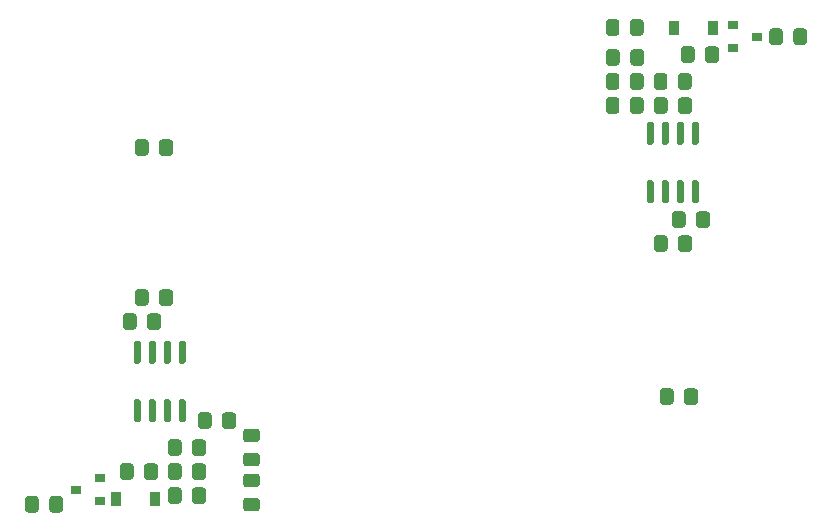
<source format=gbr>
%TF.GenerationSoftware,KiCad,Pcbnew,(5.1.6)-1*%
%TF.CreationDate,2021-04-28T12:41:24+02:00*%
%TF.ProjectId,combi_button,636f6d62-695f-4627-9574-746f6e2e6b69,rev?*%
%TF.SameCoordinates,Original*%
%TF.FileFunction,Paste,Top*%
%TF.FilePolarity,Positive*%
%FSLAX46Y46*%
G04 Gerber Fmt 4.6, Leading zero omitted, Abs format (unit mm)*
G04 Created by KiCad (PCBNEW (5.1.6)-1) date 2021-04-28 12:41:24*
%MOMM*%
%LPD*%
G01*
G04 APERTURE LIST*
%ADD10R,0.900000X1.200000*%
%ADD11R,0.900000X0.800000*%
G04 APERTURE END LIST*
%TO.C,R20*%
G36*
G01*
X76182000Y-116567999D02*
X76182000Y-117468001D01*
G75*
G02*
X75932001Y-117718000I-249999J0D01*
G01*
X75281999Y-117718000D01*
G75*
G02*
X75032000Y-117468001I0J249999D01*
G01*
X75032000Y-116567999D01*
G75*
G02*
X75281999Y-116318000I249999J0D01*
G01*
X75932001Y-116318000D01*
G75*
G02*
X76182000Y-116567999I0J-249999D01*
G01*
G37*
G36*
G01*
X78232000Y-116567999D02*
X78232000Y-117468001D01*
G75*
G02*
X77982001Y-117718000I-249999J0D01*
G01*
X77331999Y-117718000D01*
G75*
G02*
X77082000Y-117468001I0J249999D01*
G01*
X77082000Y-116567999D01*
G75*
G02*
X77331999Y-116318000I249999J0D01*
G01*
X77982001Y-116318000D01*
G75*
G02*
X78232000Y-116567999I0J-249999D01*
G01*
G37*
%TD*%
D10*
%TO.C,D6*%
X74728000Y-119304000D03*
X78028000Y-119304000D03*
%TD*%
%TO.C,R19*%
G36*
G01*
X77452000Y-89135999D02*
X77452000Y-90036001D01*
G75*
G02*
X77202001Y-90286000I-249999J0D01*
G01*
X76551999Y-90286000D01*
G75*
G02*
X76302000Y-90036001I0J249999D01*
G01*
X76302000Y-89135999D01*
G75*
G02*
X76551999Y-88886000I249999J0D01*
G01*
X77202001Y-88886000D01*
G75*
G02*
X77452000Y-89135999I0J-249999D01*
G01*
G37*
G36*
G01*
X79502000Y-89135999D02*
X79502000Y-90036001D01*
G75*
G02*
X79252001Y-90286000I-249999J0D01*
G01*
X78601999Y-90286000D01*
G75*
G02*
X78352000Y-90036001I0J249999D01*
G01*
X78352000Y-89135999D01*
G75*
G02*
X78601999Y-88886000I249999J0D01*
G01*
X79252001Y-88886000D01*
G75*
G02*
X79502000Y-89135999I0J-249999D01*
G01*
G37*
%TD*%
%TO.C,R18*%
G36*
G01*
X124580000Y-82162001D02*
X124580000Y-81261999D01*
G75*
G02*
X124829999Y-81012000I249999J0D01*
G01*
X125480001Y-81012000D01*
G75*
G02*
X125730000Y-81261999I0J-249999D01*
G01*
X125730000Y-82162001D01*
G75*
G02*
X125480001Y-82412000I-249999J0D01*
G01*
X124829999Y-82412000D01*
G75*
G02*
X124580000Y-82162001I0J249999D01*
G01*
G37*
G36*
G01*
X122530000Y-82162001D02*
X122530000Y-81261999D01*
G75*
G02*
X122779999Y-81012000I249999J0D01*
G01*
X123430001Y-81012000D01*
G75*
G02*
X123680000Y-81261999I0J-249999D01*
G01*
X123680000Y-82162001D01*
G75*
G02*
X123430001Y-82412000I-249999J0D01*
G01*
X122779999Y-82412000D01*
G75*
G02*
X122530000Y-82162001I0J249999D01*
G01*
G37*
%TD*%
%TO.C,D5*%
X125272000Y-79426000D03*
X121972000Y-79426000D03*
%TD*%
%TO.C,R17*%
G36*
G01*
X83686000Y-113150001D02*
X83686000Y-112249999D01*
G75*
G02*
X83935999Y-112000000I249999J0D01*
G01*
X84586001Y-112000000D01*
G75*
G02*
X84836000Y-112249999I0J-249999D01*
G01*
X84836000Y-113150001D01*
G75*
G02*
X84586001Y-113400000I-249999J0D01*
G01*
X83935999Y-113400000D01*
G75*
G02*
X83686000Y-113150001I0J249999D01*
G01*
G37*
G36*
G01*
X81636000Y-113150001D02*
X81636000Y-112249999D01*
G75*
G02*
X81885999Y-112000000I249999J0D01*
G01*
X82536001Y-112000000D01*
G75*
G02*
X82786000Y-112249999I0J-249999D01*
G01*
X82786000Y-113150001D01*
G75*
G02*
X82536001Y-113400000I-249999J0D01*
G01*
X81885999Y-113400000D01*
G75*
G02*
X81636000Y-113150001I0J249999D01*
G01*
G37*
%TD*%
%TO.C,R16*%
G36*
G01*
X79096000Y-115436001D02*
X79096000Y-114535999D01*
G75*
G02*
X79345999Y-114286000I249999J0D01*
G01*
X79996001Y-114286000D01*
G75*
G02*
X80246000Y-114535999I0J-249999D01*
G01*
X80246000Y-115436001D01*
G75*
G02*
X79996001Y-115686000I-249999J0D01*
G01*
X79345999Y-115686000D01*
G75*
G02*
X79096000Y-115436001I0J249999D01*
G01*
G37*
G36*
G01*
X81146000Y-115436001D02*
X81146000Y-114535999D01*
G75*
G02*
X81395999Y-114286000I249999J0D01*
G01*
X82046001Y-114286000D01*
G75*
G02*
X82296000Y-114535999I0J-249999D01*
G01*
X82296000Y-115436001D01*
G75*
G02*
X82046001Y-115686000I-249999J0D01*
G01*
X81395999Y-115686000D01*
G75*
G02*
X81146000Y-115436001I0J249999D01*
G01*
G37*
%TD*%
%TO.C,R15*%
G36*
G01*
X81146000Y-117468001D02*
X81146000Y-116567999D01*
G75*
G02*
X81395999Y-116318000I249999J0D01*
G01*
X82046001Y-116318000D01*
G75*
G02*
X82296000Y-116567999I0J-249999D01*
G01*
X82296000Y-117468001D01*
G75*
G02*
X82046001Y-117718000I-249999J0D01*
G01*
X81395999Y-117718000D01*
G75*
G02*
X81146000Y-117468001I0J249999D01*
G01*
G37*
G36*
G01*
X79096000Y-117468001D02*
X79096000Y-116567999D01*
G75*
G02*
X79345999Y-116318000I249999J0D01*
G01*
X79996001Y-116318000D01*
G75*
G02*
X80246000Y-116567999I0J-249999D01*
G01*
X80246000Y-117468001D01*
G75*
G02*
X79996001Y-117718000I-249999J0D01*
G01*
X79345999Y-117718000D01*
G75*
G02*
X79096000Y-117468001I0J249999D01*
G01*
G37*
%TD*%
%TO.C,R14*%
G36*
G01*
X120752000Y-111118001D02*
X120752000Y-110217999D01*
G75*
G02*
X121001999Y-109968000I249999J0D01*
G01*
X121652001Y-109968000D01*
G75*
G02*
X121902000Y-110217999I0J-249999D01*
G01*
X121902000Y-111118001D01*
G75*
G02*
X121652001Y-111368000I-249999J0D01*
G01*
X121001999Y-111368000D01*
G75*
G02*
X120752000Y-111118001I0J249999D01*
G01*
G37*
G36*
G01*
X122802000Y-111118001D02*
X122802000Y-110217999D01*
G75*
G02*
X123051999Y-109968000I249999J0D01*
G01*
X123702001Y-109968000D01*
G75*
G02*
X123952000Y-110217999I0J-249999D01*
G01*
X123952000Y-111118001D01*
G75*
G02*
X123702001Y-111368000I-249999J0D01*
G01*
X123051999Y-111368000D01*
G75*
G02*
X122802000Y-111118001I0J249999D01*
G01*
G37*
%TD*%
%TO.C,R13*%
G36*
G01*
X118221000Y-86480001D02*
X118221000Y-85579999D01*
G75*
G02*
X118470999Y-85330000I249999J0D01*
G01*
X119121001Y-85330000D01*
G75*
G02*
X119371000Y-85579999I0J-249999D01*
G01*
X119371000Y-86480001D01*
G75*
G02*
X119121001Y-86730000I-249999J0D01*
G01*
X118470999Y-86730000D01*
G75*
G02*
X118221000Y-86480001I0J249999D01*
G01*
G37*
G36*
G01*
X116171000Y-86480001D02*
X116171000Y-85579999D01*
G75*
G02*
X116420999Y-85330000I249999J0D01*
G01*
X117071001Y-85330000D01*
G75*
G02*
X117321000Y-85579999I0J-249999D01*
G01*
X117321000Y-86480001D01*
G75*
G02*
X117071001Y-86730000I-249999J0D01*
G01*
X116420999Y-86730000D01*
G75*
G02*
X116171000Y-86480001I0J249999D01*
G01*
G37*
%TD*%
%TO.C,R12*%
G36*
G01*
X117321000Y-83547999D02*
X117321000Y-84448001D01*
G75*
G02*
X117071001Y-84698000I-249999J0D01*
G01*
X116420999Y-84698000D01*
G75*
G02*
X116171000Y-84448001I0J249999D01*
G01*
X116171000Y-83547999D01*
G75*
G02*
X116420999Y-83298000I249999J0D01*
G01*
X117071001Y-83298000D01*
G75*
G02*
X117321000Y-83547999I0J-249999D01*
G01*
G37*
G36*
G01*
X119371000Y-83547999D02*
X119371000Y-84448001D01*
G75*
G02*
X119121001Y-84698000I-249999J0D01*
G01*
X118470999Y-84698000D01*
G75*
G02*
X118221000Y-84448001I0J249999D01*
G01*
X118221000Y-83547999D01*
G75*
G02*
X118470999Y-83298000I249999J0D01*
G01*
X119121001Y-83298000D01*
G75*
G02*
X119371000Y-83547999I0J-249999D01*
G01*
G37*
%TD*%
%TO.C,R11*%
G36*
G01*
X118239000Y-82416001D02*
X118239000Y-81515999D01*
G75*
G02*
X118488999Y-81266000I249999J0D01*
G01*
X119139001Y-81266000D01*
G75*
G02*
X119389000Y-81515999I0J-249999D01*
G01*
X119389000Y-82416001D01*
G75*
G02*
X119139001Y-82666000I-249999J0D01*
G01*
X118488999Y-82666000D01*
G75*
G02*
X118239000Y-82416001I0J249999D01*
G01*
G37*
G36*
G01*
X116189000Y-82416001D02*
X116189000Y-81515999D01*
G75*
G02*
X116438999Y-81266000I249999J0D01*
G01*
X117089001Y-81266000D01*
G75*
G02*
X117339000Y-81515999I0J-249999D01*
G01*
X117339000Y-82416001D01*
G75*
G02*
X117089001Y-82666000I-249999J0D01*
G01*
X116438999Y-82666000D01*
G75*
G02*
X116189000Y-82416001I0J249999D01*
G01*
G37*
%TD*%
%TO.C,R10*%
G36*
G01*
X81146000Y-119500001D02*
X81146000Y-118599999D01*
G75*
G02*
X81395999Y-118350000I249999J0D01*
G01*
X82046001Y-118350000D01*
G75*
G02*
X82296000Y-118599999I0J-249999D01*
G01*
X82296000Y-119500001D01*
G75*
G02*
X82046001Y-119750000I-249999J0D01*
G01*
X81395999Y-119750000D01*
G75*
G02*
X81146000Y-119500001I0J249999D01*
G01*
G37*
G36*
G01*
X79096000Y-119500001D02*
X79096000Y-118599999D01*
G75*
G02*
X79345999Y-118350000I249999J0D01*
G01*
X79996001Y-118350000D01*
G75*
G02*
X80246000Y-118599999I0J-249999D01*
G01*
X80246000Y-119500001D01*
G75*
G02*
X79996001Y-119750000I-249999J0D01*
G01*
X79345999Y-119750000D01*
G75*
G02*
X79096000Y-119500001I0J249999D01*
G01*
G37*
%TD*%
%TO.C,R9*%
G36*
G01*
X117321000Y-78975999D02*
X117321000Y-79876001D01*
G75*
G02*
X117071001Y-80126000I-249999J0D01*
G01*
X116420999Y-80126000D01*
G75*
G02*
X116171000Y-79876001I0J249999D01*
G01*
X116171000Y-78975999D01*
G75*
G02*
X116420999Y-78726000I249999J0D01*
G01*
X117071001Y-78726000D01*
G75*
G02*
X117321000Y-78975999I0J-249999D01*
G01*
G37*
G36*
G01*
X119371000Y-78975999D02*
X119371000Y-79876001D01*
G75*
G02*
X119121001Y-80126000I-249999J0D01*
G01*
X118470999Y-80126000D01*
G75*
G02*
X118221000Y-79876001I0J249999D01*
G01*
X118221000Y-78975999D01*
G75*
G02*
X118470999Y-78726000I249999J0D01*
G01*
X119121001Y-78726000D01*
G75*
G02*
X119371000Y-78975999I0J-249999D01*
G01*
G37*
%TD*%
%TO.C,R8*%
G36*
G01*
X77452000Y-101835999D02*
X77452000Y-102736001D01*
G75*
G02*
X77202001Y-102986000I-249999J0D01*
G01*
X76551999Y-102986000D01*
G75*
G02*
X76302000Y-102736001I0J249999D01*
G01*
X76302000Y-101835999D01*
G75*
G02*
X76551999Y-101586000I249999J0D01*
G01*
X77202001Y-101586000D01*
G75*
G02*
X77452000Y-101835999I0J-249999D01*
G01*
G37*
G36*
G01*
X79502000Y-101835999D02*
X79502000Y-102736001D01*
G75*
G02*
X79252001Y-102986000I-249999J0D01*
G01*
X78601999Y-102986000D01*
G75*
G02*
X78352000Y-102736001I0J249999D01*
G01*
X78352000Y-101835999D01*
G75*
G02*
X78601999Y-101586000I249999J0D01*
G01*
X79252001Y-101586000D01*
G75*
G02*
X79502000Y-101835999I0J-249999D01*
G01*
G37*
%TD*%
%TO.C,R7*%
G36*
G01*
X122294000Y-98164001D02*
X122294000Y-97263999D01*
G75*
G02*
X122543999Y-97014000I249999J0D01*
G01*
X123194001Y-97014000D01*
G75*
G02*
X123444000Y-97263999I0J-249999D01*
G01*
X123444000Y-98164001D01*
G75*
G02*
X123194001Y-98414000I-249999J0D01*
G01*
X122543999Y-98414000D01*
G75*
G02*
X122294000Y-98164001I0J249999D01*
G01*
G37*
G36*
G01*
X120244000Y-98164001D02*
X120244000Y-97263999D01*
G75*
G02*
X120493999Y-97014000I249999J0D01*
G01*
X121144001Y-97014000D01*
G75*
G02*
X121394000Y-97263999I0J-249999D01*
G01*
X121394000Y-98164001D01*
G75*
G02*
X121144001Y-98414000I-249999J0D01*
G01*
X120493999Y-98414000D01*
G75*
G02*
X120244000Y-98164001I0J249999D01*
G01*
G37*
%TD*%
D11*
%TO.C,Q2*%
X71314000Y-118542000D03*
X73314000Y-117592000D03*
X73314000Y-119492000D03*
%TD*%
%TO.C,Q1*%
X128940000Y-80188000D03*
X126940000Y-81138000D03*
X126940000Y-79238000D03*
%TD*%
%TO.C,U2*%
G36*
G01*
X76655000Y-107898000D02*
X76355000Y-107898000D01*
G75*
G02*
X76205000Y-107748000I0J150000D01*
G01*
X76205000Y-106098000D01*
G75*
G02*
X76355000Y-105948000I150000J0D01*
G01*
X76655000Y-105948000D01*
G75*
G02*
X76805000Y-106098000I0J-150000D01*
G01*
X76805000Y-107748000D01*
G75*
G02*
X76655000Y-107898000I-150000J0D01*
G01*
G37*
G36*
G01*
X77925000Y-107898000D02*
X77625000Y-107898000D01*
G75*
G02*
X77475000Y-107748000I0J150000D01*
G01*
X77475000Y-106098000D01*
G75*
G02*
X77625000Y-105948000I150000J0D01*
G01*
X77925000Y-105948000D01*
G75*
G02*
X78075000Y-106098000I0J-150000D01*
G01*
X78075000Y-107748000D01*
G75*
G02*
X77925000Y-107898000I-150000J0D01*
G01*
G37*
G36*
G01*
X79195000Y-107898000D02*
X78895000Y-107898000D01*
G75*
G02*
X78745000Y-107748000I0J150000D01*
G01*
X78745000Y-106098000D01*
G75*
G02*
X78895000Y-105948000I150000J0D01*
G01*
X79195000Y-105948000D01*
G75*
G02*
X79345000Y-106098000I0J-150000D01*
G01*
X79345000Y-107748000D01*
G75*
G02*
X79195000Y-107898000I-150000J0D01*
G01*
G37*
G36*
G01*
X80465000Y-107898000D02*
X80165000Y-107898000D01*
G75*
G02*
X80015000Y-107748000I0J150000D01*
G01*
X80015000Y-106098000D01*
G75*
G02*
X80165000Y-105948000I150000J0D01*
G01*
X80465000Y-105948000D01*
G75*
G02*
X80615000Y-106098000I0J-150000D01*
G01*
X80615000Y-107748000D01*
G75*
G02*
X80465000Y-107898000I-150000J0D01*
G01*
G37*
G36*
G01*
X80465000Y-112848000D02*
X80165000Y-112848000D01*
G75*
G02*
X80015000Y-112698000I0J150000D01*
G01*
X80015000Y-111048000D01*
G75*
G02*
X80165000Y-110898000I150000J0D01*
G01*
X80465000Y-110898000D01*
G75*
G02*
X80615000Y-111048000I0J-150000D01*
G01*
X80615000Y-112698000D01*
G75*
G02*
X80465000Y-112848000I-150000J0D01*
G01*
G37*
G36*
G01*
X79195000Y-112848000D02*
X78895000Y-112848000D01*
G75*
G02*
X78745000Y-112698000I0J150000D01*
G01*
X78745000Y-111048000D01*
G75*
G02*
X78895000Y-110898000I150000J0D01*
G01*
X79195000Y-110898000D01*
G75*
G02*
X79345000Y-111048000I0J-150000D01*
G01*
X79345000Y-112698000D01*
G75*
G02*
X79195000Y-112848000I-150000J0D01*
G01*
G37*
G36*
G01*
X77925000Y-112848000D02*
X77625000Y-112848000D01*
G75*
G02*
X77475000Y-112698000I0J150000D01*
G01*
X77475000Y-111048000D01*
G75*
G02*
X77625000Y-110898000I150000J0D01*
G01*
X77925000Y-110898000D01*
G75*
G02*
X78075000Y-111048000I0J-150000D01*
G01*
X78075000Y-112698000D01*
G75*
G02*
X77925000Y-112848000I-150000J0D01*
G01*
G37*
G36*
G01*
X76655000Y-112848000D02*
X76355000Y-112848000D01*
G75*
G02*
X76205000Y-112698000I0J150000D01*
G01*
X76205000Y-111048000D01*
G75*
G02*
X76355000Y-110898000I150000J0D01*
G01*
X76655000Y-110898000D01*
G75*
G02*
X76805000Y-111048000I0J-150000D01*
G01*
X76805000Y-112698000D01*
G75*
G02*
X76655000Y-112848000I-150000J0D01*
G01*
G37*
%TD*%
%TO.C,C2*%
G36*
G01*
X77336000Y-104768001D02*
X77336000Y-103867999D01*
G75*
G02*
X77585999Y-103618000I249999J0D01*
G01*
X78236001Y-103618000D01*
G75*
G02*
X78486000Y-103867999I0J-249999D01*
G01*
X78486000Y-104768001D01*
G75*
G02*
X78236001Y-105018000I-249999J0D01*
G01*
X77585999Y-105018000D01*
G75*
G02*
X77336000Y-104768001I0J249999D01*
G01*
G37*
G36*
G01*
X75286000Y-104768001D02*
X75286000Y-103867999D01*
G75*
G02*
X75535999Y-103618000I249999J0D01*
G01*
X76186001Y-103618000D01*
G75*
G02*
X76436000Y-103867999I0J-249999D01*
G01*
X76436000Y-104768001D01*
G75*
G02*
X76186001Y-105018000I-249999J0D01*
G01*
X75535999Y-105018000D01*
G75*
G02*
X75286000Y-104768001I0J249999D01*
G01*
G37*
%TD*%
%TO.C,U1*%
G36*
G01*
X123599000Y-92356000D02*
X123899000Y-92356000D01*
G75*
G02*
X124049000Y-92506000I0J-150000D01*
G01*
X124049000Y-94156000D01*
G75*
G02*
X123899000Y-94306000I-150000J0D01*
G01*
X123599000Y-94306000D01*
G75*
G02*
X123449000Y-94156000I0J150000D01*
G01*
X123449000Y-92506000D01*
G75*
G02*
X123599000Y-92356000I150000J0D01*
G01*
G37*
G36*
G01*
X122329000Y-92356000D02*
X122629000Y-92356000D01*
G75*
G02*
X122779000Y-92506000I0J-150000D01*
G01*
X122779000Y-94156000D01*
G75*
G02*
X122629000Y-94306000I-150000J0D01*
G01*
X122329000Y-94306000D01*
G75*
G02*
X122179000Y-94156000I0J150000D01*
G01*
X122179000Y-92506000D01*
G75*
G02*
X122329000Y-92356000I150000J0D01*
G01*
G37*
G36*
G01*
X121059000Y-92356000D02*
X121359000Y-92356000D01*
G75*
G02*
X121509000Y-92506000I0J-150000D01*
G01*
X121509000Y-94156000D01*
G75*
G02*
X121359000Y-94306000I-150000J0D01*
G01*
X121059000Y-94306000D01*
G75*
G02*
X120909000Y-94156000I0J150000D01*
G01*
X120909000Y-92506000D01*
G75*
G02*
X121059000Y-92356000I150000J0D01*
G01*
G37*
G36*
G01*
X119789000Y-92356000D02*
X120089000Y-92356000D01*
G75*
G02*
X120239000Y-92506000I0J-150000D01*
G01*
X120239000Y-94156000D01*
G75*
G02*
X120089000Y-94306000I-150000J0D01*
G01*
X119789000Y-94306000D01*
G75*
G02*
X119639000Y-94156000I0J150000D01*
G01*
X119639000Y-92506000D01*
G75*
G02*
X119789000Y-92356000I150000J0D01*
G01*
G37*
G36*
G01*
X119789000Y-87406000D02*
X120089000Y-87406000D01*
G75*
G02*
X120239000Y-87556000I0J-150000D01*
G01*
X120239000Y-89206000D01*
G75*
G02*
X120089000Y-89356000I-150000J0D01*
G01*
X119789000Y-89356000D01*
G75*
G02*
X119639000Y-89206000I0J150000D01*
G01*
X119639000Y-87556000D01*
G75*
G02*
X119789000Y-87406000I150000J0D01*
G01*
G37*
G36*
G01*
X121059000Y-87406000D02*
X121359000Y-87406000D01*
G75*
G02*
X121509000Y-87556000I0J-150000D01*
G01*
X121509000Y-89206000D01*
G75*
G02*
X121359000Y-89356000I-150000J0D01*
G01*
X121059000Y-89356000D01*
G75*
G02*
X120909000Y-89206000I0J150000D01*
G01*
X120909000Y-87556000D01*
G75*
G02*
X121059000Y-87406000I150000J0D01*
G01*
G37*
G36*
G01*
X122329000Y-87406000D02*
X122629000Y-87406000D01*
G75*
G02*
X122779000Y-87556000I0J-150000D01*
G01*
X122779000Y-89206000D01*
G75*
G02*
X122629000Y-89356000I-150000J0D01*
G01*
X122329000Y-89356000D01*
G75*
G02*
X122179000Y-89206000I0J150000D01*
G01*
X122179000Y-87556000D01*
G75*
G02*
X122329000Y-87406000I150000J0D01*
G01*
G37*
G36*
G01*
X123599000Y-87406000D02*
X123899000Y-87406000D01*
G75*
G02*
X124049000Y-87556000I0J-150000D01*
G01*
X124049000Y-89206000D01*
G75*
G02*
X123899000Y-89356000I-150000J0D01*
G01*
X123599000Y-89356000D01*
G75*
G02*
X123449000Y-89206000I0J150000D01*
G01*
X123449000Y-87556000D01*
G75*
G02*
X123599000Y-87406000I150000J0D01*
G01*
G37*
%TD*%
%TO.C,C1*%
G36*
G01*
X122918000Y-95231999D02*
X122918000Y-96132001D01*
G75*
G02*
X122668001Y-96382000I-249999J0D01*
G01*
X122017999Y-96382000D01*
G75*
G02*
X121768000Y-96132001I0J249999D01*
G01*
X121768000Y-95231999D01*
G75*
G02*
X122017999Y-94982000I249999J0D01*
G01*
X122668001Y-94982000D01*
G75*
G02*
X122918000Y-95231999I0J-249999D01*
G01*
G37*
G36*
G01*
X124968000Y-95231999D02*
X124968000Y-96132001D01*
G75*
G02*
X124718001Y-96382000I-249999J0D01*
G01*
X124067999Y-96382000D01*
G75*
G02*
X123818000Y-96132001I0J249999D01*
G01*
X123818000Y-95231999D01*
G75*
G02*
X124067999Y-94982000I249999J0D01*
G01*
X124718001Y-94982000D01*
G75*
G02*
X124968000Y-95231999I0J-249999D01*
G01*
G37*
%TD*%
%TO.C,R6*%
G36*
G01*
X86607001Y-114536000D02*
X85706999Y-114536000D01*
G75*
G02*
X85457000Y-114286001I0J249999D01*
G01*
X85457000Y-113635999D01*
G75*
G02*
X85706999Y-113386000I249999J0D01*
G01*
X86607001Y-113386000D01*
G75*
G02*
X86857000Y-113635999I0J-249999D01*
G01*
X86857000Y-114286001D01*
G75*
G02*
X86607001Y-114536000I-249999J0D01*
G01*
G37*
G36*
G01*
X86607001Y-116586000D02*
X85706999Y-116586000D01*
G75*
G02*
X85457000Y-116336001I0J249999D01*
G01*
X85457000Y-115685999D01*
G75*
G02*
X85706999Y-115436000I249999J0D01*
G01*
X86607001Y-115436000D01*
G75*
G02*
X86857000Y-115685999I0J-249999D01*
G01*
X86857000Y-116336001D01*
G75*
G02*
X86607001Y-116586000I-249999J0D01*
G01*
G37*
%TD*%
%TO.C,R5*%
G36*
G01*
X86607001Y-118346000D02*
X85706999Y-118346000D01*
G75*
G02*
X85457000Y-118096001I0J249999D01*
G01*
X85457000Y-117445999D01*
G75*
G02*
X85706999Y-117196000I249999J0D01*
G01*
X86607001Y-117196000D01*
G75*
G02*
X86857000Y-117445999I0J-249999D01*
G01*
X86857000Y-118096001D01*
G75*
G02*
X86607001Y-118346000I-249999J0D01*
G01*
G37*
G36*
G01*
X86607001Y-120396000D02*
X85706999Y-120396000D01*
G75*
G02*
X85457000Y-120146001I0J249999D01*
G01*
X85457000Y-119495999D01*
G75*
G02*
X85706999Y-119246000I249999J0D01*
G01*
X86607001Y-119246000D01*
G75*
G02*
X86857000Y-119495999I0J-249999D01*
G01*
X86857000Y-120146001D01*
G75*
G02*
X86607001Y-120396000I-249999J0D01*
G01*
G37*
%TD*%
%TO.C,R4*%
G36*
G01*
X121394000Y-85579999D02*
X121394000Y-86480001D01*
G75*
G02*
X121144001Y-86730000I-249999J0D01*
G01*
X120493999Y-86730000D01*
G75*
G02*
X120244000Y-86480001I0J249999D01*
G01*
X120244000Y-85579999D01*
G75*
G02*
X120493999Y-85330000I249999J0D01*
G01*
X121144001Y-85330000D01*
G75*
G02*
X121394000Y-85579999I0J-249999D01*
G01*
G37*
G36*
G01*
X123444000Y-85579999D02*
X123444000Y-86480001D01*
G75*
G02*
X123194001Y-86730000I-249999J0D01*
G01*
X122543999Y-86730000D01*
G75*
G02*
X122294000Y-86480001I0J249999D01*
G01*
X122294000Y-85579999D01*
G75*
G02*
X122543999Y-85330000I249999J0D01*
G01*
X123194001Y-85330000D01*
G75*
G02*
X123444000Y-85579999I0J-249999D01*
G01*
G37*
%TD*%
%TO.C,R3*%
G36*
G01*
X122285000Y-84448001D02*
X122285000Y-83547999D01*
G75*
G02*
X122534999Y-83298000I249999J0D01*
G01*
X123185001Y-83298000D01*
G75*
G02*
X123435000Y-83547999I0J-249999D01*
G01*
X123435000Y-84448001D01*
G75*
G02*
X123185001Y-84698000I-249999J0D01*
G01*
X122534999Y-84698000D01*
G75*
G02*
X122285000Y-84448001I0J249999D01*
G01*
G37*
G36*
G01*
X120235000Y-84448001D02*
X120235000Y-83547999D01*
G75*
G02*
X120484999Y-83298000I249999J0D01*
G01*
X121135001Y-83298000D01*
G75*
G02*
X121385000Y-83547999I0J-249999D01*
G01*
X121385000Y-84448001D01*
G75*
G02*
X121135001Y-84698000I-249999J0D01*
G01*
X120484999Y-84698000D01*
G75*
G02*
X120235000Y-84448001I0J249999D01*
G01*
G37*
%TD*%
%TO.C,R2*%
G36*
G01*
X131150000Y-79749999D02*
X131150000Y-80650001D01*
G75*
G02*
X130900001Y-80900000I-249999J0D01*
G01*
X130249999Y-80900000D01*
G75*
G02*
X130000000Y-80650001I0J249999D01*
G01*
X130000000Y-79749999D01*
G75*
G02*
X130249999Y-79500000I249999J0D01*
G01*
X130900001Y-79500000D01*
G75*
G02*
X131150000Y-79749999I0J-249999D01*
G01*
G37*
G36*
G01*
X133200000Y-79749999D02*
X133200000Y-80650001D01*
G75*
G02*
X132950001Y-80900000I-249999J0D01*
G01*
X132299999Y-80900000D01*
G75*
G02*
X132050000Y-80650001I0J249999D01*
G01*
X132050000Y-79749999D01*
G75*
G02*
X132299999Y-79500000I249999J0D01*
G01*
X132950001Y-79500000D01*
G75*
G02*
X133200000Y-79749999I0J-249999D01*
G01*
G37*
%TD*%
%TO.C,R1*%
G36*
G01*
X69050000Y-120250001D02*
X69050000Y-119349999D01*
G75*
G02*
X69299999Y-119100000I249999J0D01*
G01*
X69950001Y-119100000D01*
G75*
G02*
X70200000Y-119349999I0J-249999D01*
G01*
X70200000Y-120250001D01*
G75*
G02*
X69950001Y-120500000I-249999J0D01*
G01*
X69299999Y-120500000D01*
G75*
G02*
X69050000Y-120250001I0J249999D01*
G01*
G37*
G36*
G01*
X67000000Y-120250001D02*
X67000000Y-119349999D01*
G75*
G02*
X67249999Y-119100000I249999J0D01*
G01*
X67900001Y-119100000D01*
G75*
G02*
X68150000Y-119349999I0J-249999D01*
G01*
X68150000Y-120250001D01*
G75*
G02*
X67900001Y-120500000I-249999J0D01*
G01*
X67249999Y-120500000D01*
G75*
G02*
X67000000Y-120250001I0J249999D01*
G01*
G37*
%TD*%
M02*

</source>
